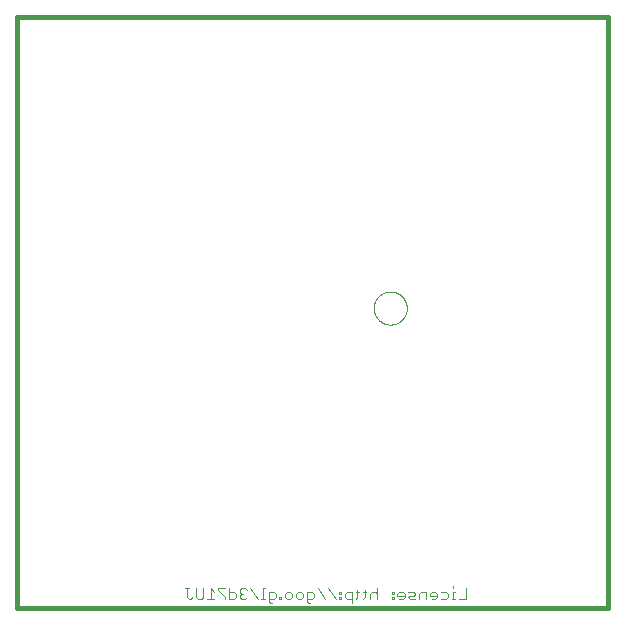
<source format=gbo>
G75*
%MOIN*%
%OFA0B0*%
%FSLAX25Y25*%
%IPPOS*%
%LPD*%
%AMOC8*
5,1,8,0,0,1.08239X$1,22.5*
%
%ADD10C,0.00300*%
%ADD11C,0.01600*%
%ADD12C,0.00000*%
D10*
X0059429Y0005251D02*
X0059429Y0008285D01*
X0058823Y0008285D02*
X0060036Y0008285D01*
X0062448Y0008285D02*
X0062448Y0005251D01*
X0063054Y0004644D01*
X0064268Y0004644D01*
X0064874Y0005251D01*
X0064874Y0008285D01*
X0067286Y0008285D02*
X0068500Y0007071D01*
X0069698Y0007678D02*
X0069698Y0008285D01*
X0072125Y0008285D01*
X0073323Y0008285D02*
X0073323Y0004644D01*
X0075143Y0004644D01*
X0075750Y0005251D01*
X0075750Y0006464D01*
X0075143Y0007071D01*
X0073323Y0007071D01*
X0072125Y0005251D02*
X0072125Y0004644D01*
X0072125Y0005251D02*
X0069698Y0007678D01*
X0067286Y0008285D02*
X0067286Y0004644D01*
X0066073Y0004644D02*
X0068500Y0004644D01*
X0061249Y0005251D02*
X0060643Y0004644D01*
X0060036Y0004644D01*
X0059429Y0005251D01*
X0076948Y0005251D02*
X0077555Y0004644D01*
X0078768Y0004644D01*
X0079375Y0005251D01*
X0078162Y0006464D02*
X0077555Y0006464D01*
X0076948Y0005858D01*
X0076948Y0005251D01*
X0077555Y0006464D02*
X0076948Y0007071D01*
X0076948Y0007678D01*
X0077555Y0008285D01*
X0078768Y0008285D01*
X0079375Y0007678D01*
X0080573Y0008285D02*
X0083000Y0004644D01*
X0084204Y0004644D02*
X0085417Y0004644D01*
X0084810Y0004644D02*
X0084810Y0008285D01*
X0085417Y0008285D01*
X0086615Y0007071D02*
X0088435Y0007071D01*
X0089042Y0006464D01*
X0089042Y0005251D01*
X0088435Y0004644D01*
X0086615Y0004644D01*
X0086615Y0004038D02*
X0086615Y0007071D01*
X0086615Y0004038D02*
X0087222Y0003431D01*
X0087829Y0003431D01*
X0090248Y0004644D02*
X0090855Y0004644D01*
X0090855Y0005251D01*
X0090248Y0005251D01*
X0090248Y0004644D01*
X0092053Y0005251D02*
X0092053Y0006464D01*
X0092660Y0007071D01*
X0093873Y0007071D01*
X0094480Y0006464D01*
X0094480Y0005251D01*
X0093873Y0004644D01*
X0092660Y0004644D01*
X0092053Y0005251D01*
X0095678Y0005251D02*
X0095678Y0006464D01*
X0096285Y0007071D01*
X0097498Y0007071D01*
X0098105Y0006464D01*
X0098105Y0005251D01*
X0097498Y0004644D01*
X0096285Y0004644D01*
X0095678Y0005251D01*
X0099303Y0004644D02*
X0101123Y0004644D01*
X0101730Y0005251D01*
X0101730Y0006464D01*
X0101123Y0007071D01*
X0099303Y0007071D01*
X0099303Y0004038D01*
X0099910Y0003431D01*
X0100517Y0003431D01*
X0105355Y0004644D02*
X0102928Y0008285D01*
X0106554Y0008285D02*
X0108980Y0004644D01*
X0110186Y0004644D02*
X0110793Y0004644D01*
X0110793Y0005251D01*
X0110186Y0005251D01*
X0110186Y0004644D01*
X0110186Y0006464D02*
X0110793Y0006464D01*
X0110793Y0007071D01*
X0110186Y0007071D01*
X0110186Y0006464D01*
X0111991Y0006464D02*
X0111991Y0005251D01*
X0112598Y0004644D01*
X0114418Y0004644D01*
X0115621Y0004644D02*
X0116228Y0005251D01*
X0116228Y0007678D01*
X0116835Y0007071D02*
X0115621Y0007071D01*
X0114418Y0007071D02*
X0112598Y0007071D01*
X0111991Y0006464D01*
X0114418Y0007071D02*
X0114418Y0003431D01*
X0118038Y0004644D02*
X0118645Y0005251D01*
X0118645Y0007678D01*
X0119251Y0007071D02*
X0118038Y0007071D01*
X0120450Y0006464D02*
X0120450Y0004644D01*
X0120450Y0006464D02*
X0121057Y0007071D01*
X0122270Y0007071D01*
X0122877Y0006464D01*
X0122877Y0004644D02*
X0122877Y0008285D01*
X0127708Y0007071D02*
X0127708Y0006464D01*
X0128314Y0006464D01*
X0128314Y0007071D01*
X0127708Y0007071D01*
X0127708Y0005251D02*
X0127708Y0004644D01*
X0128314Y0004644D01*
X0128314Y0005251D01*
X0127708Y0005251D01*
X0129513Y0005858D02*
X0129513Y0006464D01*
X0130119Y0007071D01*
X0131333Y0007071D01*
X0131939Y0006464D01*
X0131939Y0005251D01*
X0131333Y0004644D01*
X0130119Y0004644D01*
X0129513Y0005858D02*
X0131939Y0005858D01*
X0133138Y0005251D02*
X0133745Y0005858D01*
X0134958Y0005858D01*
X0135565Y0006464D01*
X0134958Y0007071D01*
X0133138Y0007071D01*
X0133138Y0005251D02*
X0133745Y0004644D01*
X0135565Y0004644D01*
X0136763Y0004644D02*
X0136763Y0006464D01*
X0137370Y0007071D01*
X0139190Y0007071D01*
X0139190Y0004644D01*
X0140388Y0005858D02*
X0142815Y0005858D01*
X0142815Y0006464D02*
X0142815Y0005251D01*
X0142208Y0004644D01*
X0140995Y0004644D01*
X0140388Y0005858D02*
X0140388Y0006464D01*
X0140995Y0007071D01*
X0142208Y0007071D01*
X0142815Y0006464D01*
X0144013Y0007071D02*
X0145833Y0007071D01*
X0146440Y0006464D01*
X0146440Y0005251D01*
X0145833Y0004644D01*
X0144013Y0004644D01*
X0147643Y0004644D02*
X0148857Y0004644D01*
X0148250Y0004644D02*
X0148250Y0007071D01*
X0148857Y0007071D01*
X0148250Y0008285D02*
X0148250Y0008891D01*
X0152482Y0008285D02*
X0152482Y0004644D01*
X0150055Y0004644D01*
D11*
X0199700Y0001800D02*
X0002849Y0001800D01*
X0002849Y0198650D01*
X0199700Y0198650D01*
X0199700Y0001800D01*
D12*
X0121668Y0101682D02*
X0121670Y0101830D01*
X0121676Y0101978D01*
X0121686Y0102126D01*
X0121700Y0102273D01*
X0121718Y0102420D01*
X0121739Y0102566D01*
X0121765Y0102712D01*
X0121795Y0102857D01*
X0121828Y0103001D01*
X0121866Y0103144D01*
X0121907Y0103286D01*
X0121952Y0103427D01*
X0122000Y0103567D01*
X0122053Y0103706D01*
X0122109Y0103843D01*
X0122169Y0103978D01*
X0122232Y0104112D01*
X0122299Y0104244D01*
X0122370Y0104374D01*
X0122444Y0104502D01*
X0122521Y0104628D01*
X0122602Y0104752D01*
X0122686Y0104874D01*
X0122773Y0104993D01*
X0122864Y0105110D01*
X0122958Y0105225D01*
X0123054Y0105337D01*
X0123154Y0105447D01*
X0123256Y0105553D01*
X0123362Y0105657D01*
X0123470Y0105758D01*
X0123581Y0105856D01*
X0123694Y0105952D01*
X0123810Y0106044D01*
X0123928Y0106133D01*
X0124049Y0106218D01*
X0124172Y0106301D01*
X0124297Y0106380D01*
X0124424Y0106456D01*
X0124553Y0106528D01*
X0124684Y0106597D01*
X0124817Y0106662D01*
X0124952Y0106723D01*
X0125088Y0106781D01*
X0125225Y0106836D01*
X0125364Y0106886D01*
X0125505Y0106933D01*
X0125646Y0106976D01*
X0125789Y0107016D01*
X0125933Y0107051D01*
X0126077Y0107083D01*
X0126223Y0107110D01*
X0126369Y0107134D01*
X0126516Y0107154D01*
X0126663Y0107170D01*
X0126810Y0107182D01*
X0126958Y0107190D01*
X0127106Y0107194D01*
X0127254Y0107194D01*
X0127402Y0107190D01*
X0127550Y0107182D01*
X0127697Y0107170D01*
X0127844Y0107154D01*
X0127991Y0107134D01*
X0128137Y0107110D01*
X0128283Y0107083D01*
X0128427Y0107051D01*
X0128571Y0107016D01*
X0128714Y0106976D01*
X0128855Y0106933D01*
X0128996Y0106886D01*
X0129135Y0106836D01*
X0129272Y0106781D01*
X0129408Y0106723D01*
X0129543Y0106662D01*
X0129676Y0106597D01*
X0129807Y0106528D01*
X0129936Y0106456D01*
X0130063Y0106380D01*
X0130188Y0106301D01*
X0130311Y0106218D01*
X0130432Y0106133D01*
X0130550Y0106044D01*
X0130666Y0105952D01*
X0130779Y0105856D01*
X0130890Y0105758D01*
X0130998Y0105657D01*
X0131104Y0105553D01*
X0131206Y0105447D01*
X0131306Y0105337D01*
X0131402Y0105225D01*
X0131496Y0105110D01*
X0131587Y0104993D01*
X0131674Y0104874D01*
X0131758Y0104752D01*
X0131839Y0104628D01*
X0131916Y0104502D01*
X0131990Y0104374D01*
X0132061Y0104244D01*
X0132128Y0104112D01*
X0132191Y0103978D01*
X0132251Y0103843D01*
X0132307Y0103706D01*
X0132360Y0103567D01*
X0132408Y0103427D01*
X0132453Y0103286D01*
X0132494Y0103144D01*
X0132532Y0103001D01*
X0132565Y0102857D01*
X0132595Y0102712D01*
X0132621Y0102566D01*
X0132642Y0102420D01*
X0132660Y0102273D01*
X0132674Y0102126D01*
X0132684Y0101978D01*
X0132690Y0101830D01*
X0132692Y0101682D01*
X0132690Y0101534D01*
X0132684Y0101386D01*
X0132674Y0101238D01*
X0132660Y0101091D01*
X0132642Y0100944D01*
X0132621Y0100798D01*
X0132595Y0100652D01*
X0132565Y0100507D01*
X0132532Y0100363D01*
X0132494Y0100220D01*
X0132453Y0100078D01*
X0132408Y0099937D01*
X0132360Y0099797D01*
X0132307Y0099658D01*
X0132251Y0099521D01*
X0132191Y0099386D01*
X0132128Y0099252D01*
X0132061Y0099120D01*
X0131990Y0098990D01*
X0131916Y0098862D01*
X0131839Y0098736D01*
X0131758Y0098612D01*
X0131674Y0098490D01*
X0131587Y0098371D01*
X0131496Y0098254D01*
X0131402Y0098139D01*
X0131306Y0098027D01*
X0131206Y0097917D01*
X0131104Y0097811D01*
X0130998Y0097707D01*
X0130890Y0097606D01*
X0130779Y0097508D01*
X0130666Y0097412D01*
X0130550Y0097320D01*
X0130432Y0097231D01*
X0130311Y0097146D01*
X0130188Y0097063D01*
X0130063Y0096984D01*
X0129936Y0096908D01*
X0129807Y0096836D01*
X0129676Y0096767D01*
X0129543Y0096702D01*
X0129408Y0096641D01*
X0129272Y0096583D01*
X0129135Y0096528D01*
X0128996Y0096478D01*
X0128855Y0096431D01*
X0128714Y0096388D01*
X0128571Y0096348D01*
X0128427Y0096313D01*
X0128283Y0096281D01*
X0128137Y0096254D01*
X0127991Y0096230D01*
X0127844Y0096210D01*
X0127697Y0096194D01*
X0127550Y0096182D01*
X0127402Y0096174D01*
X0127254Y0096170D01*
X0127106Y0096170D01*
X0126958Y0096174D01*
X0126810Y0096182D01*
X0126663Y0096194D01*
X0126516Y0096210D01*
X0126369Y0096230D01*
X0126223Y0096254D01*
X0126077Y0096281D01*
X0125933Y0096313D01*
X0125789Y0096348D01*
X0125646Y0096388D01*
X0125505Y0096431D01*
X0125364Y0096478D01*
X0125225Y0096528D01*
X0125088Y0096583D01*
X0124952Y0096641D01*
X0124817Y0096702D01*
X0124684Y0096767D01*
X0124553Y0096836D01*
X0124424Y0096908D01*
X0124297Y0096984D01*
X0124172Y0097063D01*
X0124049Y0097146D01*
X0123928Y0097231D01*
X0123810Y0097320D01*
X0123694Y0097412D01*
X0123581Y0097508D01*
X0123470Y0097606D01*
X0123362Y0097707D01*
X0123256Y0097811D01*
X0123154Y0097917D01*
X0123054Y0098027D01*
X0122958Y0098139D01*
X0122864Y0098254D01*
X0122773Y0098371D01*
X0122686Y0098490D01*
X0122602Y0098612D01*
X0122521Y0098736D01*
X0122444Y0098862D01*
X0122370Y0098990D01*
X0122299Y0099120D01*
X0122232Y0099252D01*
X0122169Y0099386D01*
X0122109Y0099521D01*
X0122053Y0099658D01*
X0122000Y0099797D01*
X0121952Y0099937D01*
X0121907Y0100078D01*
X0121866Y0100220D01*
X0121828Y0100363D01*
X0121795Y0100507D01*
X0121765Y0100652D01*
X0121739Y0100798D01*
X0121718Y0100944D01*
X0121700Y0101091D01*
X0121686Y0101238D01*
X0121676Y0101386D01*
X0121670Y0101534D01*
X0121668Y0101682D01*
M02*

</source>
